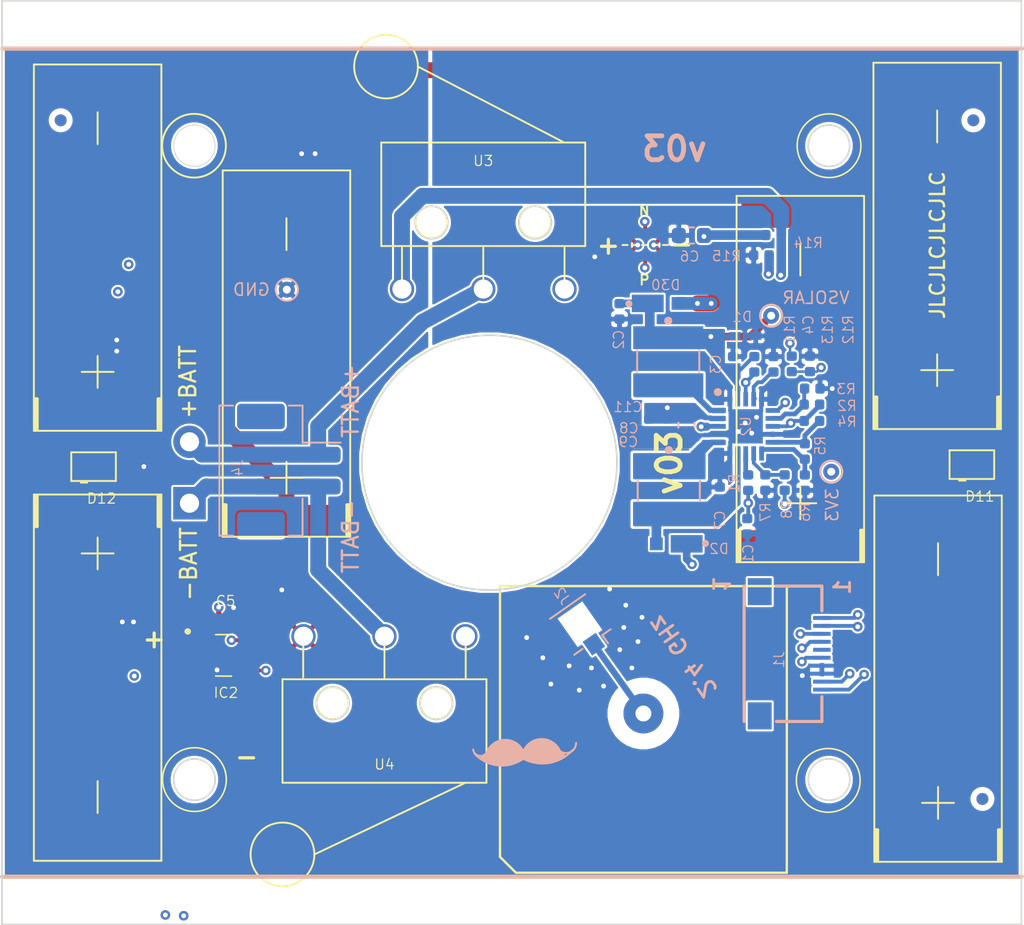
<source format=kicad_pcb>
(kicad_pcb (version 20171130) (host pcbnew "(5.1.5)-3")
  (layers (0 Top signal) (1 In1.Cu signal) (2 In2.Cu signal) (3 In3.Cu signal) (4 In4.Cu signal) (31 Bottom signal) (34 B.Paste user hide) (35 F.Paste user hide) (36 B.SilkS user hide) (37 F.SilkS user) (38 B.Mask user hide) (39 F.Mask user hide) (44 Edge.Cuts user))
  (net 0 "")
  (net 1 "Net-(D11-Pad2)")
  (net 2 GND)
  (net 3 VOUT_EN)
  (net 4 VSOLAR)
  (net 5 "Net-(C4-Pad1)")
  (net 6 +3V3)
  (net 7 /VBAT)
  (net 8 "Net-(C11-Pad1)")
  (net 9 "Net-(IC2-Pad2)")
  (net 10 SCL1)
  (net 11 SDA1)
  (net 12 COIL_N)
  (net 13 BATT_N)
  (net 14 BATT_P)
  (net 15 "Net-(L1-Pad2)")
  (net 16 "Net-(L2-Pad1)")
  (net 17 VBAT_OK)
  (net 18 "Net-(R5-Pad1)")
  (net 19 COIL_P)
  (net 20 /coil)
  (net 21 "Net-(R2-Pad2)")
  (net 22 "Net-(R2-Pad1)")
  (net 23 "Net-(R4-Pad1)")
  (net 24 "Net-(R11-Pad1)")
  (net 25 "Net-(J3-Pad2)")
  (net 26 "Net-(J3-Pad1)")
  (net 27 "Net-(C7-Pad1)")
  (net 28 /VSOLAR_FULL)
  (net 29 "Net-(R7-Pad2)")
  (net 30 "Net-(R1000-Pad1)")
  (net 31 "Net-(AE1-Pad1)")
  (net 32 "Net-(IC2-Pad5)")
  (net 33 BURN1)
  (net 34 "Net-(U3-Pad1)")
  (net 35 "Net-(U4-Pad1)")
  (module Fiducial:Fiducial_0.75mm_Mask1.5mm (layer Bottom) (at 116.6805 77.504)
    (fp_text reference REF** hide)
    (fp_text value Fiducial_0.75mm_Mask1.5mm)
    (pad "" smd circle (at 0 0) (size 0.75 0.75) (layers Bottom B.Mask) (clearance 0.375))
  )
  (module Fiducial:Fiducial_0.75mm_Mask1.5mm (layer Bottom) (at 173.9545 77.504)
    (fp_text reference REF** hide)
    (fp_text value Fiducial_0.75mm_Mask1.5mm)
    (pad "" smd circle (at 0 0) (size 0.75 0.75) (layers Bottom B.Mask) (clearance 0.375))
  )
  (module Fiducial:Fiducial_0.75mm_Mask1.5mm (layer Bottom) (at 174.526 120.115)
    (fp_text reference REF** hide)
    (fp_text value Fiducial_0.75mm_Mask1.5mm)
    (pad "" smd circle (at 0 0) (size 0.75 0.75) (layers Bottom B.Mask) (clearance 0.375))
  )
  (module Fiducial:Fiducial_0.75mm_Mask1.5mm (layer Top) (at 174.526 120.115)
    (fp_text reference REF** hide)
    (fp_text value Fiducial_0.75mm_Mask1.5mm)
    (pad "" smd circle (at 0 0) (size 0.75 0.75) (layers Top F.Mask) (clearance 0.375))
  )
  (module Fiducial:Fiducial_0.75mm_Mask1.5mm (layer Top) (at 173.9545 77.504)
    (fp_text reference REF** hide)
    (fp_text value Fiducial_0.75mm_Mask1.5mm)
    (pad "" smd circle (at 0 0) (size 0.75 0.75) (layers Top F.Mask) (clearance 0.375))
  )
  (module spacecraft-footprints:SXP.18.4.A.02 (layer Top) (at 153.25 115.75 180)
    (fp_text reference AE1 hide)
    (fp_text value SXP.18.4.A.02)
    (pad 1 thru_hole circle (at 0 1 180) (size 2.5 2.5) (drill 1) (layers Bottom B.Mask) (net 31 "Net-(AE1-Pad1)"))
  )
  (module custom-footprints:XF2M-1015-1A (layer Bottom) (at 164.45 111 90)
    (fp_text reference J1 (at -0.37186 -2.68404 90) (layer B.SilkS) (effects (font (size 0.635 0.635) (thickness 0.0762)) (justify mirror)))
    (fp_text value XF2M-1015-1A hide)
    (pad 12 smd rect (at 3.9 -3.9) (size 1.5 1.7) (layers Bottom B.Paste B.Mask))
    (pad 11 smd rect (at -3.9 -3.9) (size 1.5 1.7) (layers Bottom B.Paste B.Mask))
    (pad 1 smd rect (at 2.25 0 90) (size 0.25 1.1) (layers Bottom B.Paste B.Mask) (net 14 BATT_P))
    (pad 2 smd rect (at 1.75 0 90) (size 0.25 1.1) (layers Bottom B.Paste B.Mask) (net 13 BATT_N))
    (pad 3 smd rect (at 1.25 0 90) (size 0.25 1.1) (layers Bottom B.Paste B.Mask) (net 11 SDA1))
    (pad 4 smd rect (at 0.75 0 90) (size 0.25 1.1) (layers Bottom B.Paste B.Mask) (net 10 SCL1))
    (pad 5 smd rect (at 0.25 0 90) (size 0.25 1.1) (layers Bottom B.Paste B.Mask) (net 33 BURN1))
    (pad 6 smd rect (at -0.25 0 90) (size 0.25 1.1) (layers Bottom B.Paste B.Mask) (net 6 +3V3))
    (pad 7 smd rect (at -0.75 0 90) (size 0.25 1.1) (layers Bottom B.Paste B.Mask) (net 2 GND))
    (pad 8 smd rect (at -1.25 0 90) (size 0.25 1.1) (layers Bottom B.Paste B.Mask) (net 2 GND))
    (pad 9 smd rect (at -1.75 0 90) (size 0.25 1.1) (layers Bottom B.Paste B.Mask) (net 12 COIL_N))
    (pad 10 smd rect (at -2.25 0 90) (size 0.25 1.1) (layers Bottom B.Paste B.Mask) (net 19 COIL_P))
  )
  (module "SolarCellParts:SB Diode" (layer Top) (at 118.745 99.2505)
    (fp_text reference D12 (at 0.5 2) (layer F.SilkS) (effects (font (size 0.635 0.635) (thickness 0.0762))))
    (fp_text value SBDiode)
    (pad 2 smd rect (at 1.85 0) (size 1.4 1.4) (layers Top F.Paste F.Mask) (net 2 GND))
    (pad 1 smd rect (at -1.2 0) (size 2.7 1.4) (layers Top F.Paste F.Mask) (net 1 "Net-(D11-Pad2)"))
  )
  (module "SolarCellParts:SB Diode" (layer Top) (at 173.863 99.1235)
    (fp_text reference D11 (at 0.5 2) (layer F.SilkS) (effects (font (size 0.635 0.635) (thickness 0.0762))))
    (fp_text value SBDiode)
    (pad 2 smd rect (at 1.85 0) (size 1.4 1.4) (layers Top F.Paste F.Mask) (net 1 "Net-(D11-Pad2)"))
    (pad 1 smd rect (at -1.2 0) (size 2.7 1.4) (layers Top F.Paste F.Mask) (net 28 /VSOLAR_FULL))
  )
  (module custom-footprints:KXOB25-05X3F (layer Top) (at 163.09848 104.25 90)
    (fp_text reference SC3 hide)
    (fp_text value SolarCell_Small)
    (pad 2 smd rect (at 21 0 90) (size 2 7.4) (layers Top F.Paste F.Mask) (net 1 "Net-(D11-Pad2)"))
    (pad 1 smd rect (at 0 0 90) (size 2 7.4) (layers Top F.Paste F.Mask) (net 28 /VSOLAR_FULL))
  )
  (module custom-footprints:SCREWTERMINAL-3.5MM-2_LOCK (layer Bottom) (at 124.7648 101.36886 90)
    (fp_text reference J3 hide)
    (fp_text value "BATTERY CONNECTOR")
    (pad 2 thru_hole circle (at 3.6778 0 90) (size 2.032 2.032) (drill 1.2) (layers *.Cu *.Mask) (net 25 "Net-(J3-Pad2)"))
    (pad 1 thru_hole rect (at -0.1778 0 90) (size 2.032 2.032) (drill 1.2) (layers *.Cu *.Mask) (net 26 "Net-(J3-Pad1)"))
  )
  (module TestPoint:TestPoint_THTPad_D1.0mm_Drill0.5mm (layer Bottom) (at 161.26772 89.77346)
    (fp_text reference TP3 hide)
    (fp_text value TP)
    (pad 1 thru_hole circle (at 0 0) (size 1 1) (drill 0.5) (layers *.Cu *.Mask) (net 4 VSOLAR))
  )
  (module TestPoint:TestPoint_THTPad_D1.0mm_Drill0.5mm (layer Bottom) (at 130.8735 88.138 90)
    (fp_text reference TP2 hide)
    (fp_text value TP)
    (pad 1 thru_hole circle (at 0 0 90) (size 1 1) (drill 0.5) (layers *.Cu *.Mask) (net 2 GND))
  )
  (module TestPoint:TestPoint_THTPad_D1.0mm_Drill0.5mm (layer Bottom) (at 165.0365 99.568 90)
    (fp_text reference TP1 hide)
    (fp_text value TP)
    (pad 1 thru_hole circle (at 0 0 90) (size 1 1) (drill 0.5) (layers *.Cu *.Mask) (net 6 +3V3))
  )
  (module Connector_JST:JST_PH_B2B-PH-SM4-TB_1x02-1MP_P2.00mm_Vertical (layer Bottom) (at 131 99.5 270)
    (fp_text reference J4 (at -0.1778 3.22072 270) (layer B.SilkS) (effects (font (size 0.635 0.635) (thickness 0.0762)) (justify mirror)))
    (fp_text value B2B-PH-SM4-TB_LF__SN_)
    (pad MP smd roundrect (at 3.4 1.75 270) (size 1.6 3) (layers Bottom B.Paste B.Mask) (roundrect_rratio 0.15625))
    (pad MP smd roundrect (at -3.4 1.75 270) (size 1.6 3) (layers Bottom B.Paste B.Mask) (roundrect_rratio 0.15625))
    (pad 2 smd roundrect (at 1 -0.5 270) (size 1 5.5) (layers Bottom B.Paste B.Mask) (net 26 "Net-(J3-Pad1)"))
    (pad 1 smd roundrect (at -1 -0.5 270) (size 1 5.5) (layers Bottom B.Paste B.Mask) (net 25 "Net-(J3-Pad2)"))
  )
  (module solarpcb:D2F-L2 (layer Top) (at 137 109.9 180)
    (fp_text reference U4 (at 0 -8.05) (layer F.SilkS) (effects (font (size 0.635 0.635) (thickness 0.0762))))
    (fp_text value SW_SPDT)
    (pad 1 thru_hole circle (at -5.08 0 180) (size 1.524 1.524) (drill 1.2) (layers *.Cu *.Mask) (net 35 "Net-(U4-Pad1)"))
    (pad 2 thru_hole circle (at 0 0 180) (size 1.524 1.524) (drill 1.2) (layers *.Cu *.Mask) (net 26 "Net-(J3-Pad1)"))
    (pad 3 thru_hole circle (at 5.08 0 180) (size 1.524 1.524) (drill 1.2) (layers *.Cu *.Mask) (net 30 "Net-(R1000-Pad1)"))
  )
  (module solarpcb:D2F-L2-2 (layer Top) (at 143.2 88.1)
    (fp_text reference U3 (at 0 -8.05) (layer F.SilkS) (effects (font (size 0.635 0.635) (thickness 0.0762))))
    (fp_text value SW_SPDT)
    (pad 1 thru_hole circle (at 5.1 0) (size 1.524 1.524) (drill 1.2) (layers *.Cu *.Mask) (net 34 "Net-(U3-Pad1)"))
    (pad 2 thru_hole circle (at 0 0) (size 1.524 1.524) (drill 1.2) (layers *.Cu *.Mask) (net 25 "Net-(J3-Pad2)"))
    (pad 3 thru_hole circle (at -5.1 0) (size 1.524 1.524) (drill 1.2) (layers *.Cu *.Mask) (net 14 BATT_P))
  )
  (module custom-footprints:TSL2561 (layer Top) (at 126.9046 111.0987)
    (fp_text reference IC2 (at 0.1454 2.3513) (layer F.SilkS) (effects (font (size 0.635 0.635) (thickness 0.0762))))
    (fp_text value TSL2561 hide)
    (pad 6 smd rect (at 1.45 -0.95 90) (size 0.7 1) (layers Top F.Paste F.Mask) (net 11 SDA1))
    (pad 5 smd rect (at 1.45 0 90) (size 0.7 1) (layers Top F.Paste F.Mask) (net 32 "Net-(IC2-Pad5)"))
    (pad 4 smd rect (at 1.45 0.95 90) (size 0.7 1) (layers Top F.Paste F.Mask) (net 10 SCL1))
    (pad 3 smd rect (at -1.45 0.95 90) (size 0.7 1) (layers Top F.Paste F.Mask) (net 2 GND))
    (pad 2 smd rect (at -1.45 0 90) (size 0.7 1) (layers Top F.Paste F.Mask) (net 9 "Net-(IC2-Pad2)"))
    (pad 1 smd rect (at -1.45 -0.95 90) (size 0.7 1) (layers Top F.Paste F.Mask) (net 6 +3V3))
  )
  (module custom-footprints:KXOB25-05X3F (layer Top) (at 119 96 90)
    (fp_text reference SC6 hide)
    (fp_text value SolarCell_Small)
    (pad 2 smd rect (at 21 0 90) (size 2 7.4) (layers Top F.Paste F.Mask) (net 2 GND))
    (pad 1 smd rect (at 0 0 90) (size 2 7.4) (layers Top F.Paste F.Mask) (net 1 "Net-(D11-Pad2)"))
  )
  (module custom-footprints:KXOB25-05X3F (layer Top) (at 171.7421 123.063 90)
    (fp_text reference SC5 hide)
    (fp_text value SolarCell_Small)
    (pad 2 smd rect (at 21 0 90) (size 2 7.4) (layers Top F.Paste F.Mask) (net 1 "Net-(D11-Pad2)"))
    (pad 1 smd rect (at 0 0 90) (size 2 7.4) (layers Top F.Paste F.Mask) (net 28 /VSOLAR_FULL))
  )
  (module custom-footprints:KXOB25-05X3F (layer Top) (at 130.85 102.65 90)
    (fp_text reference SC4 hide)
    (fp_text value SolarCell_Small)
    (pad 2 smd rect (at 21 0 90) (size 2 7.4) (layers Top F.Paste F.Mask) (net 2 GND))
    (pad 1 smd rect (at 0 0 90) (size 2 7.4) (layers Top F.Paste F.Mask) (net 1 "Net-(D11-Pad2)"))
  )
  (module custom-footprints:KXOB25-05X3F (layer Top) (at 119 102 270)
    (fp_text reference SC2 hide)
    (fp_text value SolarCell_Small)
    (pad 2 smd rect (at 21 0 270) (size 2 7.4) (layers Top F.Paste F.Mask) (net 2 GND))
    (pad 1 smd rect (at 0 0 270) (size 2 7.4) (layers Top F.Paste F.Mask) (net 1 "Net-(D11-Pad2)"))
  )
  (module custom-footprints:KXOB25-05X3F (layer Top) (at 171.68622 95.89008 90)
    (fp_text reference SC1 hide)
    (fp_text value SolarCell_Small)
    (pad 2 smd rect (at 21 0 90) (size 2 7.4) (layers Top F.Paste F.Mask) (net 1 "Net-(D11-Pad2)"))
    (pad 1 smd rect (at 0 0 90) (size 2 7.4) (layers Top F.Paste F.Mask) (net 28 /VSOLAR_FULL))
  )
  (module solarpcb:MICROSMP (layer Bottom) (at 154.1735 89)
    (fp_text reference D30 (at 0.4765 -1.15) (layer B.SilkS) (effects (font (size 0.635 0.635) (thickness 0.0762)) (justify mirror)))
    (fp_text value MSS1P4-M3_89A hide)
    (pad 1 smd rect (at -0.65 0 270) (size 1.1 2) (layers Bottom B.Paste B.Mask) (net 4 VSOLAR))
    (pad 2 smd rect (at 1.25 0 270) (size 0.8 0.8) (layers Bottom B.Paste B.Mask) (net 28 /VSOLAR_FULL))
  )
  (module Resistor_SMD:R_0402_1005Metric (layer Top) (at 130.55 108.204 90)
    (fp_text reference R1000 hide)
    (fp_text value 0)
    (pad 1 smd roundrect (at -0.485 0 90) (size 0.59 0.64) (layers Top F.Paste F.Mask) (net 30 "Net-(R1000-Pad1)"))
    (pad 2 smd roundrect (at 0.485 0 90) (size 0.59 0.64) (layers Top F.Paste F.Mask) (net 2 GND))
  )
  (module Capacitor_SMD:C_0402_1005Metric (layer Top) (at 127.0316 108.8762 180)
    (fp_text reference C5 (at 0 1.1938) (layer F.SilkS) (effects (font (size 0.635 0.635) (thickness 0.0762))))
    (fp_text value 0.1uF)
    (pad 2 smd roundrect (at 0.485 0 180) (size 0.59 0.64) (layers Top F.Paste F.Mask) (net 6 +3V3))
    (pad 1 smd roundrect (at -0.485 0 180) (size 0.59 0.64) (layers Top F.Paste F.Mask) (net 2 GND))
  )
  (module Resistor_SMD:R_0402_1005Metric (layer Top) (at 153.847 84.6336 180)
    (fp_text reference R19 hide)
    (fp_text value 0)
    (pad 2 smd roundrect (at 0.485 0 180) (size 0.59 0.64) (layers Top F.Paste F.Mask) (net 12 COIL_N))
    (pad 1 smd roundrect (at -0.485 0 180) (size 0.59 0.64) (layers Top F.Paste F.Mask) (net 20 /coil))
  )
  (module Resistor_SMD:R_0402_1005Metric (layer Top) (at 152.87672 84.6336 180)
    (fp_text reference R16 hide)
    (fp_text value 0)
    (pad 2 smd roundrect (at 0.485 0 180) (size 0.59 0.64) (layers Top F.Paste F.Mask) (net 20 /coil))
    (pad 1 smd roundrect (at -0.485 0 180) (size 0.59 0.64) (layers Top F.Paste F.Mask) (net 12 COIL_N))
  )
  (module Resistor_SMD:R_0402_1005Metric (layer Top) (at 153.847 86.0306 180)
    (fp_text reference R10 hide)
    (fp_text value 0)
    (pad 2 smd roundrect (at 0.485 0 180) (size 0.59 0.64) (layers Top F.Paste F.Mask) (net 19 COIL_P))
    (pad 1 smd roundrect (at -0.485 0 180) (size 0.59 0.64) (layers Top F.Paste F.Mask) (net 20 /coil))
  )
  (module Resistor_SMD:R_0402_1005Metric (layer Top) (at 152.87672 86.0306 180)
    (fp_text reference R9 hide)
    (fp_text value 0)
    (pad 2 smd roundrect (at 0.485 0 180) (size 0.59 0.64) (layers Top F.Paste F.Mask) (net 20 /coil))
    (pad 1 smd roundrect (at -0.485 0 180) (size 0.59 0.64) (layers Top F.Paste F.Mask) (net 19 COIL_P))
  )
  (module Resistor_SMD:R_0402_1005Metric (layer Top) (at 123.6661 111.5662 90)
    (fp_text reference R18 hide)
    (fp_text value 0)
    (pad 2 smd roundrect (at 0.485 0 90) (size 0.59 0.64) (layers Top F.Paste F.Mask) (net 9 "Net-(IC2-Pad2)"))
    (pad 1 smd roundrect (at -0.485 0 90) (size 0.59 0.64) (layers Top F.Paste F.Mask) (net 2 GND))
  )
  (module Resistor_SMD:R_0402_1005Metric (layer Top) (at 123.6661 110.5907 90)
    (fp_text reference R17 hide)
    (fp_text value 0)
    (pad 2 smd roundrect (at 0.485 0 90) (size 0.59 0.64) (layers Top F.Paste F.Mask) (net 6 +3V3))
    (pad 1 smd roundrect (at -0.485 0 90) (size 0.59 0.64) (layers Top F.Paste F.Mask) (net 9 "Net-(IC2-Pad2)"))
  )
  (module Capacitor_SMD:C_0603_1608Metric (layer Bottom) (at 156.2608 84.7344 180)
    (fp_text reference C6 (at 0.1108 -1.3156 180) (layer B.SilkS) (effects (font (size 0.635 0.635) (thickness 0.0762)) (justify mirror)))
    (fp_text value 100uF)
    (pad 2 smd roundrect (at 0.7875 0 180) (size 0.875 0.95) (layers Bottom B.Paste B.Mask) (net 2 GND))
    (pad 1 smd roundrect (at -0.7875 0 180) (size 0.875 0.95) (layers Bottom B.Paste B.Mask) (net 7 /VBAT))
  )
  (module Capacitor_SMD:C_0402_1005Metric (layer Bottom) (at 153.6065 96.75 270)
    (fp_text reference C9 (at 0.95 1.3 180) (layer B.SilkS) (effects (font (size 0.635 0.635) (thickness 0.0762)) (justify mirror)))
    (fp_text value 0.1uF)
    (pad 1 smd roundrect (at -0.485 0 270) (size 0.59 0.64) (layers Bottom B.Paste B.Mask) (net 8 "Net-(C11-Pad1)"))
    (pad 2 smd roundrect (at 0.485 0 270) (size 0.59 0.64) (layers Bottom B.Paste B.Mask) (net 2 GND))
  )
  (module misc-circuits:SOD523 (layer Bottom) (at 159.5995 91.046)
    (fp_text reference D1 (at -0.8159 -1.5748) (layer B.SilkS) (effects (font (size 0.635 0.635) (thickness 0.0762)) (justify right top mirror)))
    (fp_text value SDM20U40-7)
    (pad C smd rect (at -0.6 0) (size 0.7 0.5) (layers Bottom B.Paste B.Mask) (net 4 VSOLAR))
    (pad A smd rect (at 0.7 0) (size 0.7 0.5) (layers Bottom B.Paste B.Mask) (net 2 GND))
  )
  (module misc-circuits:QFN50P350X350X100-21N-D (layer Bottom) (at 159.670844 96.72066 270)
    (fp_text reference U2 (at 0 0 90) (layer B.SilkS) (effects (font (size 0.635 0.635) (thickness 0.0762)) (justify mirror)))
    (fp_text value Value hide)
    (pad 21 smd rect (at 0 0 270) (size 2.15 2.15) (layers Bottom B.Paste B.Mask) (net 2 GND))
    (pad 20 smd rect (at -1 1.7 270) (size 0.3 0.9) (layers Bottom B.Paste B.Mask) (net 15 "Net-(L1-Pad2)"))
    (pad 19 smd rect (at -0.5 1.7 270) (size 0.3 0.9) (layers Bottom B.Paste B.Mask) (net 8 "Net-(C11-Pad1)"))
    (pad 18 smd rect (at 0 1.7 270) (size 0.3 0.9) (layers Bottom B.Paste B.Mask) (net 7 /VBAT))
    (pad 17 smd rect (at 0.5 1.7 270) (size 0.3 0.9) (layers Bottom B.Paste B.Mask) (net 2 GND))
    (pad 16 smd rect (at 1 1.7 270) (size 0.3 0.9) (layers Bottom B.Paste B.Mask) (net 16 "Net-(L2-Pad1)"))
    (pad 15 smd rect (at 1.7 1 180) (size 0.3 0.9) (layers Bottom B.Paste B.Mask) (net 2 GND))
    (pad 14 smd rect (at 1.7 0.5 180) (size 0.3 0.9) (layers Bottom B.Paste B.Mask) (net 27 "Net-(C7-Pad1)"))
    (pad 13 smd rect (at 1.7 0 180) (size 0.3 0.9) (layers Bottom B.Paste B.Mask) (net 17 VBAT_OK))
    (pad 12 smd rect (at 1.7 -0.5 180) (size 0.3 0.9) (layers Bottom B.Paste B.Mask) (net 29 "Net-(R7-Pad2)"))
    (pad 11 smd rect (at 1.7 -1 180) (size 0.3 0.9) (layers Bottom B.Paste B.Mask) (net 18 "Net-(R5-Pad1)"))
    (pad 10 smd rect (at 1 -1.7 270) (size 0.3 0.9) (layers Bottom B.Paste B.Mask) (net 23 "Net-(R4-Pad1)"))
    (pad 9 smd rect (at 0.5 -1.7 270) (size 0.3 0.9) (layers Bottom B.Paste B.Mask) (net 2 GND))
    (pad 8 smd rect (at 0 -1.7 270) (size 0.3 0.9) (layers Bottom B.Paste B.Mask) (net 21 "Net-(R2-Pad2)"))
    (pad 7 smd rect (at -0.5 -1.7 270) (size 0.3 0.9) (layers Bottom B.Paste B.Mask) (net 22 "Net-(R2-Pad1)"))
    (pad 6 smd rect (at -1 -1.7 270) (size 0.3 0.9) (layers Bottom B.Paste B.Mask) (net 3 VOUT_EN))
    (pad 5 smd rect (at -1.7 -1 180) (size 0.3 0.9) (layers Bottom B.Paste B.Mask) (net 2 GND))
    (pad 4 smd rect (at -1.7 -0.5 180) (size 0.3 0.9) (layers Bottom B.Paste B.Mask) (net 5 "Net-(C4-Pad1)"))
    (pad 3 smd rect (at -1.7 0 180) (size 0.3 0.9) (layers Bottom B.Paste B.Mask) (net 24 "Net-(R11-Pad1)"))
    (pad 2 smd rect (at -1.7 0.5 180) (size 0.3 0.9) (layers Bottom B.Paste B.Mask) (net 4 VSOLAR))
    (pad 1 smd rect (at -1.7 1 180) (size 0.3 0.9) (layers Bottom B.Paste B.Mask) (net 2 GND))
  )
  (module custom-footprints:MICROSMP (layer Bottom) (at 155.31338 104.09682 180)
    (fp_text reference D2 (at -2.6835 -0.3135 180) (layer B.SilkS) (effects (font (size 0.635 0.635) (thickness 0.0762)) (justify mirror)))
    (fp_text value MSS1P4-M3_89A hide)
    (pad 2 smd rect (at 1.25 0 90) (size 0.8 0.8) (layers Bottom B.Paste B.Mask) (net 27 "Net-(C7-Pad1)"))
    (pad 1 smd rect (at -0.65 0 90) (size 1.1 2) (layers Bottom B.Paste B.Mask) (net 6 +3V3))
  )
  (module Resistor_SMD:R_0402_1005Metric (layer Bottom) (at 163.85 94.35 180)
    (fp_text reference R3 (at -2.123 -0.0295 180) (layer B.SilkS) (effects (font (size 0.635 0.635) (thickness 0.0762)) (justify mirror)))
    (fp_text value 5.62M)
    (pad 2 smd roundrect (at 0.485 0 180) (size 0.59 0.64) (layers Bottom B.Paste B.Mask) (net 22 "Net-(R2-Pad1)"))
    (pad 1 smd roundrect (at -0.485 0 180) (size 0.59 0.64) (layers Bottom B.Paste B.Mask) (net 2 GND))
  )
  (module Resistor_SMD:R_0402_1005Metric (layer Bottom) (at 163.8255 95.35)
    (fp_text reference R2 (at 2.1975 0.0795 180) (layer B.SilkS) (effects (font (size 0.635 0.635) (thickness 0.0762)) (justify mirror)))
    (fp_text value 7.32M)
    (pad 2 smd roundrect (at 0.485 0) (size 0.59 0.64) (layers Bottom B.Paste B.Mask) (net 21 "Net-(R2-Pad2)"))
    (pad 1 smd roundrect (at -0.485 0) (size 0.59 0.64) (layers Bottom B.Paste B.Mask) (net 22 "Net-(R2-Pad1)"))
  )
  (module Resistor_SMD:R_0402_1005Metric (layer Bottom) (at 162.56 92.8 270)
    (fp_text reference R13 (at -2.15 -2.25 270) (layer B.SilkS) (effects (font (size 0.635 0.635) (thickness 0.0762)) (justify mirror)))
    (fp_text value 0)
    (pad 2 smd roundrect (at 0.485 0 270) (size 0.59 0.64) (layers Bottom B.Paste B.Mask) (net 24 "Net-(R11-Pad1)"))
    (pad 1 smd roundrect (at -0.485 0 270) (size 0.59 0.64) (layers Bottom B.Paste B.Mask) (net 8 "Net-(C11-Pad1)"))
  )
  (module Capacitor_SMD:C_0402_1005Metric (layer Bottom) (at 154.7495 96.74066 270)
    (fp_text reference C8 (at 0.09684 2.413 180) (layer B.SilkS) (effects (font (size 0.635 0.635) (thickness 0.0762)) (justify mirror)))
    (fp_text value 4.7uF)
    (pad 1 smd roundrect (at -0.485 0 270) (size 0.59 0.64) (layers Bottom B.Paste B.Mask) (net 8 "Net-(C11-Pad1)"))
    (pad 2 smd roundrect (at 0.485 0 270) (size 0.59 0.64) (layers Bottom B.Paste B.Mask) (net 2 GND))
  )
  (module Resistor_SMD:R_0402_1005Metric (layer Bottom) (at 163.8255 96.38 180)
    (fp_text reference R4 (at -2.1975 -0.0495 180) (layer B.SilkS) (effects (font (size 0.635 0.635) (thickness 0.0762)) (justify mirror)))
    (fp_text value 374K)
    (pad 2 smd roundrect (at 0.485 0 180) (size 0.59 0.64) (layers Bottom B.Paste B.Mask) (net 21 "Net-(R2-Pad2)"))
    (pad 1 smd roundrect (at -0.485 0 180) (size 0.59 0.64) (layers Bottom B.Paste B.Mask) (net 23 "Net-(R4-Pad1)"))
  )
  (module Resistor_SMD:R_0402_1005Metric (layer Bottom) (at 162.1155 100.25 270)
    (fp_text reference R8 (at 1.6675 -0.127 270) (layer B.SilkS) (effects (font (size 0.635 0.635) (thickness 0.0762)) (justify mirror)))
    (fp_text value 8.25M)
    (pad 2 smd roundrect (at 0.485 0 270) (size 0.59 0.64) (layers Bottom B.Paste B.Mask) (net 21 "Net-(R2-Pad2)"))
    (pad 1 smd roundrect (at -0.485 0 270) (size 0.59 0.64) (layers Bottom B.Paste B.Mask) (net 29 "Net-(R7-Pad2)"))
  )
  (module Resistor_SMD:R_0402_1005Metric (layer Bottom) (at 163.381 100.2535 90)
    (fp_text reference R6 (at -1.8545 0.0045 90) (layer B.SilkS) (effects (font (size 0.635 0.635) (thickness 0.0762)) (justify mirror)))
    (fp_text value 4.53M)
    (pad 2 smd roundrect (at 0.485 0 90) (size 0.59 0.64) (layers Bottom B.Paste B.Mask) (net 18 "Net-(R5-Pad1)"))
    (pad 1 smd roundrect (at -0.485 0 90) (size 0.59 0.64) (layers Bottom B.Paste B.Mask) (net 2 GND))
  )
  (module Resistor_SMD:R_0402_1005Metric (layer Bottom) (at 160.9 100.25 90)
    (fp_text reference R7 (at -1.858 0.009 270) (layer B.SilkS) (effects (font (size 0.635 0.635) (thickness 0.0762)) (justify mirror)))
    (fp_text value 4.75M)
    (pad 2 smd roundrect (at 0.485 0 90) (size 0.59 0.64) (layers Bottom B.Paste B.Mask) (net 29 "Net-(R7-Pad2)"))
    (pad 1 smd roundrect (at -0.485 0 90) (size 0.59 0.64) (layers Bottom B.Paste B.Mask) (net 2 GND))
  )
  (module Resistor_SMD:R_0402_1005Metric (layer Bottom) (at 163.381 98.298 90)
    (fp_text reference R5 (at 0.3675 0.969 90) (layer B.SilkS) (effects (font (size 0.635 0.635) (thickness 0.0762)) (justify mirror)))
    (fp_text value 8.25M)
    (pad 2 smd roundrect (at 0.485 0 90) (size 0.59 0.64) (layers Bottom B.Paste B.Mask) (net 23 "Net-(R4-Pad1)"))
    (pad 1 smd roundrect (at -0.485 0 90) (size 0.59 0.64) (layers Bottom B.Paste B.Mask) (net 18 "Net-(R5-Pad1)"))
  )
  (module Resistor_SMD:R_0402_1005Metric (layer Bottom) (at 160.2105 92.824 90)
    (fp_text reference R11 (at 2.174 2.217 270) (layer B.SilkS) (effects (font (size 0.635 0.635) (thickness 0.0762)) (justify mirror)))
    (fp_text value 0)
    (pad 2 smd roundrect (at 0.485 0 90) (size 0.59 0.64) (layers Bottom B.Paste B.Mask) (net 4 VSOLAR))
    (pad 1 smd roundrect (at -0.485 0 90) (size 0.59 0.64) (layers Bottom B.Paste B.Mask) (net 24 "Net-(R11-Pad1)"))
  )
  (module Resistor_SMD:R_0402_1005Metric (layer Bottom) (at 163.703 92.8 270)
    (fp_text reference R12 (at -2.15 -2.4 90) (layer B.SilkS) (effects (font (size 0.635 0.635) (thickness 0.0762)) (justify mirror)))
    (fp_text value 0)
    (pad 2 smd roundrect (at 0.485 0 270) (size 0.59 0.64) (layers Bottom B.Paste B.Mask) (net 24 "Net-(R11-Pad1)"))
    (pad 1 smd roundrect (at -0.485 0 270) (size 0.59 0.64) (layers Bottom B.Paste B.Mask) (net 2 GND))
  )
  (module Resistor_SMD:R_0402_1005Metric (layer Bottom) (at 161.417 84.709 180)
    (fp_text reference R14 (at -2.183 -0.491) (layer B.SilkS) (effects (font (size 0.635 0.635) (thickness 0.0762)) (justify mirror)))
    (fp_text value 0)
    (pad 2 smd roundrect (at 0.485 0 180) (size 0.59 0.64) (layers Bottom B.Paste B.Mask) (net 7 /VBAT))
    (pad 1 smd roundrect (at -0.485 0 180) (size 0.59 0.64) (layers Bottom B.Paste B.Mask) (net 14 BATT_P))
  )
  (module Resistor_SMD:R_0402_1005Metric (layer Bottom) (at 160.655 85.979 180)
    (fp_text reference R15 (at 2.1844 -0.0508 180) (layer B.SilkS) (effects (font (size 0.635 0.635) (thickness 0.0762)) (justify mirror)))
    (fp_text value 0)
    (pad 2 smd roundrect (at 0.485 0 180) (size 0.59 0.64) (layers Bottom B.Paste B.Mask) (net 2 GND))
    (pad 1 smd roundrect (at -0.485 0 180) (size 0.59 0.64) (layers Bottom B.Paste B.Mask) (net 13 BATT_N))
  )
  (module Resistor_SMD:R_0402_1005Metric (layer Bottom) (at 159.825 100.2535 270)
    (fp_text reference R1 (at 0.0465 0.875 90) (layer B.SilkS) (effects (font (size 0.635 0.635) (thickness 0.0762)) (justify mirror)))
    (fp_text value 0)
    (pad 2 smd roundrect (at 0.485 0 270) (size 0.59 0.64) (layers Bottom B.Paste B.Mask) (net 3 VOUT_EN))
    (pad 1 smd roundrect (at -0.485 0 270) (size 0.59 0.64) (layers Bottom B.Paste B.Mask) (net 17 VBAT_OK))
  )
  (module misc-circuits:LPS4018 (layer Bottom) (at 154.84152 100.75 270)
    (fp_text reference L2 hide)
    (fp_text value 10uH-LPS4018-103MR hide)
    (pad 2 smd rect (at 1.47955 0 270) (size 1.4351 4.3942) (layers Bottom B.Paste B.Mask) (net 27 "Net-(C7-Pad1)"))
    (pad 1 smd rect (at -1.47955 0 270) (size 1.4351 4.3942) (layers Bottom B.Paste B.Mask) (net 16 "Net-(L2-Pad1)"))
  )
  (module misc-circuits:LPS4018 (layer Bottom) (at 154.8085 92.6335 270)
    (fp_text reference L1 hide)
    (fp_text value 22uH-LPS4018-223MR hide)
    (pad 2 smd rect (at 1.47955 0 270) (size 1.4351 4.3942) (layers Bottom B.Paste B.Mask) (net 15 "Net-(L1-Pad2)"))
    (pad 1 smd rect (at -1.47955 0 270) (size 1.4351 4.3942) (layers Bottom B.Paste B.Mask) (net 4 VSOLAR))
  )
  (module Capacitor_SMD:C_0603_1608Metric (layer Bottom) (at 155.956 96.647 270)
    (fp_text reference C11 (at -1.143 3.683 180) (layer B.SilkS) (effects (font (size 0.635 0.635) (thickness 0.0762)) (justify mirror)))
    (fp_text value 100uF)
    (pad 2 smd roundrect (at 0.7875 0 270) (size 0.875 0.95) (layers Bottom B.Paste B.Mask) (net 2 GND))
    (pad 1 smd roundrect (at -0.7875 0 270) (size 0.875 0.95) (layers Bottom B.Paste B.Mask) (net 8 "Net-(C11-Pad1)"))
  )
  (module Capacitor_SMD:C_0402_1005Metric (layer Bottom) (at 158.047 101.0155 90)
    (fp_text reference C7 (at -1.6005 0.0045 90) (layer B.SilkS) (effects (font (size 0.635 0.635) (thickness 0.0762)) (justify mirror)))
    (fp_text value 22uF)
    (pad 2 smd roundrect (at 0.485 0 90) (size 0.59 0.64) (layers Bottom B.Paste B.Mask) (net 2 GND))
    (pad 1 smd roundrect (at -0.485 0 90) (size 0.59 0.64) (layers Bottom B.Paste B.Mask) (net 27 "Net-(C7-Pad1)"))
  )
  (module Capacitor_SMD:C_0402_1005Metric (layer Bottom) (at 161.4125 92.824 90)
    (fp_text reference C4 (at 2.474 2.1875 90) (layer B.SilkS) (effects (font (size 0.635 0.635) (thickness 0.0762)) (justify mirror)))
    (fp_text value 10nF)
    (pad 2 smd roundrect (at 0.485 0 90) (size 0.59 0.64) (layers Bottom B.Paste B.Mask) (net 2 GND))
    (pad 1 smd roundrect (at -0.485 0 90) (size 0.59 0.64) (layers Bottom B.Paste B.Mask) (net 5 "Net-(C4-Pad1)"))
  )
  (module Capacitor_SMD:C_0402_1005Metric (layer Bottom) (at 151.75 89.5 270)
    (fp_text reference C2 (at 1.778 0.0508 90) (layer B.SilkS) (effects (font (size 0.635 0.635) (thickness 0.0762)) (justify mirror)))
    (fp_text value 0.1uF)
    (pad 2 smd roundrect (at 0.485 0 270) (size 0.59 0.64) (layers Bottom B.Paste B.Mask) (net 2 GND))
    (pad 1 smd roundrect (at -0.485 0 270) (size 0.59 0.64) (layers Bottom B.Paste B.Mask) (net 4 VSOLAR))
  )
  (module Capacitor_SMD:C_0402_1005Metric (layer Bottom) (at 158.8725 92.824 90)
    (fp_text reference C3 (at 0 -1.0795 90) (layer B.SilkS) (effects (font (size 0.635 0.635) (thickness 0.0762)) (justify mirror)))
    (fp_text value 4.7uF)
    (pad 2 smd roundrect (at 0.485 0 90) (size 0.59 0.64) (layers Bottom B.Paste B.Mask) (net 2 GND))
    (pad 1 smd roundrect (at -0.485 0 90) (size 0.59 0.64) (layers Bottom B.Paste B.Mask) (net 4 VSOLAR))
  )
  (module Capacitor_SMD:C_0402_1005Metric (layer Bottom) (at 159.766 102.997 270)
    (fp_text reference C1 (at 1.728 -0.059 90) (layer B.SilkS) (effects (font (size 0.635 0.635) (thickness 0.0762)) (justify mirror)))
    (fp_text value 1.0uF)
    (pad 2 smd roundrect (at 0.485 0 270) (size 0.59 0.64) (layers Bottom B.Paste B.Mask) (net 2 GND))
    (pad 1 smd roundrect (at -0.485 0 270) (size 0.59 0.64) (layers Bottom B.Paste B.Mask) (net 3 VOUT_EN))
  )
  (module Connector_Coaxial:U.FL_Hirose_U.FL-R-SMT-1_Vertical (layer Bottom) (at 149.5425 109.5375 125)
    (fp_text reference J2 (at 2.569836 0.093996 125) (layer B.SilkS) (effects (font (size 0.635 0.635) (thickness 0.0762)) (justify mirror)))
    (fp_text value Conn_Coaxial)
    (pad 2 smd rect (at 0.475 -1.475 125) (size 2.2 1.05) (layers Bottom B.Paste B.Mask) (net 2 GND))
    (pad 1 smd rect (at -1.05 0 125) (size 1.05 1) (layers Bottom B.Paste B.Mask) (net 31 "Net-(AE1-Pad1)"))
    (pad 2 smd rect (at 0.475 1.475 125) (size 2.2 1.05) (layers Bottom B.Paste B.Mask) (net 2 GND))
  )
  (module Fiducial:Fiducial_0.75mm_Mask1.5mm (layer Top) (at 116.6805 77.504)
    (fp_text reference REF** hide)
    (fp_text value Fiducial_0.75mm_Mask1.5mm)
    (pad "" smd circle (at 0 0) (size 0.75 0.75) (layers Top F.Mask) (clearance 0.375))
  )
  (gr_text v03 (at 154.8765 99.000001 90) (layer F.SilkS) (effects (font (size 1.5 1.5) (thickness 0.3))))
  (gr_text JLCJLCJLCJLC (at 171.704 85.344 90) (layer F.SilkS) (effects (font (size 0.9 0.9))))
  (gr_text 1 (at 158.115 106.6165 270) (layer B.SilkS) (effects (font (size 1 1) (thickness 0.1778)) (justify mirror)))
  (gr_text GND (at 128.651 88.138) (layer B.SilkS) (effects (font (size 0.762 0.762) (thickness 0.1016)) (justify mirror)))
  (gr_circle (center 164.85 118.95) (end 166.85 118.95) (layer F.SilkS) (width 0.1))
  (gr_circle (center 164.9 79.1) (end 166.9 79.1) (layer F.SilkS) (width 0.1))
  (gr_line (start 144.8 125.05) (end 162.8 125.05) (layer F.SilkS) (width 0.12))
  (gr_circle (center 125.05 79.1) (end 127.05 79.1) (layer F.SilkS) (width 0.12))
  (gr_circle (center 125.075 118.9) (end 127.075 118.9) (layer F.SilkS) (width 0.1))
  (gr_circle (center 143.587 99.000001) (end 135.587 99.000001) (layer Edge.Cuts) (width 0.1))
  (gr_circle (center 133.75 114.1) (end 132.720436 114.1) (layer Edge.Cuts) (width 0.1))
  (gr_circle (center 140.25 114.1) (end 139.220436 114.1) (layer Edge.Cuts) (width 0.1))
  (gr_circle (center 125.075 118.9) (end 126.375 118.9) (layer Edge.Cuts) (width 0.1))
  (gr_circle (center 139.95 83.920436) (end 138.920436 83.920436) (layer Edge.Cuts) (width 0.1))
  (gr_circle (center 146.45 83.920436) (end 145.420436 83.920436) (layer Edge.Cuts) (width 0.1))
  (gr_line (start 176.975 70) (end 176.975 128) (layer Edge.Cuts) (width 0.1))
  (gr_text 1 (at 165.735 106.807 90) (layer B.SilkS) (effects (font (size 1 1) (thickness 0.1778)) (justify mirror)))
  (gr_text "2.4 GHz" (at 155.7655 111.125 305) (layer B.SilkS) (effects (font (size 1 1) (thickness 0.1778)) (justify mirror)))
  (gr_text 3V3 (at 165.1 101.6635 90) (layer B.SilkS) (effects (font (size 0.762 0.762) (thickness 0.1016)) (justify mirror)))
  (gr_text VSOLAR (at 164.084 88.646) (layer B.SilkS) (effects (font (size 0.762 0.762) (thickness 0.1016)) (justify mirror)))
  (gr_text - (at 128.35 117.4496) (layer F.SilkS) (effects (font (size 1.143 1.143) (thickness 0.2032))))
  (gr_text + (at 122.55 110.05) (layer F.SilkS) (effects (font (size 1.143 1.143) (thickness 0.2032))))
  (gr_text "-BATT\n" (at 124.714 105.3592 90) (layer F.SilkS) (effects (font (size 1 1))))
  (gr_text +BATT (at 124.6632 93.9292 90) (layer F.SilkS) (effects (font (size 1 1))))
  (gr_line (start 113 125) (end 176.9872 125) (layer B.SilkS) (width 0.254))
  (gr_line (start 113.03 72.9996) (end 177.0172 72.9996) (layer B.SilkS) (width 0.254))
  (gr_line (start 113.03 72.9996) (end 177.0172 72.9996) (layer F.SilkS) (width 0.254))
  (gr_line (start 113 125) (end 176.9872 125) (layer F.SilkS) (width 0.254))
  (gr_circle (center 164.9 118.9) (end 166.2 118.9) (layer Edge.Cuts) (width 0.1))
  (gr_circle (center 125.0728 79.1) (end 126.3728 79.1) (layer Edge.Cuts) (width 0.05))
  (gr_circle (center 164.895 79.10248) (end 166.195 79.10248) (layer Edge.Cuts) (width 0.1))
  (gr_text v03 (at 155.2 79.3) (layer B.SilkS) (effects (font (size 1.5 1.5) (thickness 0.3)) (justify mirror)))
  (gr_arc (start 144.367661 115.691111) (end 142.656774 117.276102) (angle -82.04197582) (layer B.SilkS) (width 0.12))
  (gr_arc (start 143.024431 116.954753) (end 142.567232 117.005552) (angle -141.654425) (layer B.SilkS) (width 0.12))
  (gr_arc (start 144.58292 117.65576) (end 145.725919 117.147761) (angle -134.2361015) (layer B.SilkS) (width 0.12))
  (gr_arc (start 146.911519 115.336361) (end 145.76852 117.62236) (angle -74.57783868) (layer B.SilkS) (width 0.12))
  (gr_arc (start 148.39352 116.59736) (end 148.01252 117.10536) (angle -126.8699157) (layer B.SilkS) (width 0.12))
  (gr_arc (start 146.86892 117.605359) (end 148.011919 117.09736) (angle -134.2361015) (layer B.SilkS) (width 0.12))
  (gr_text +BATT (at 134.874 95.123 90) (layer B.SilkS) (effects (font (size 1 1)) (justify mirror)))
  (gr_text "-BATT\n" (at 134.874 103.632 90) (layer B.SilkS) (effects (font (size 1 1)) (justify mirror)))
  (gr_line (start 176.975 70) (end 113 70) (layer Edge.Cuts) (width 0.1))
  (gr_line (start 113 128) (end 176.975 128) (layer Edge.Cuts) (width 0.1))
  (gr_line (start 113 70) (end 113 128) (layer Edge.Cuts) (width 0.1))
  (gr_text - (at 155.65 85.25) (layer F.SilkS) (effects (font (size 1.143 1.143) (thickness 0.2032))))
  (gr_text P (at 153.3136 87.5292) (layer F.SilkS) (effects (font (size 0.635 0.635) (thickness 0.127))))
  (gr_text N (at 153.3 83.1 180) (layer F.SilkS) (effects (font (size 0.635 0.635) (thickness 0.127))))
  (gr_text + (at 151.053 85.3321) (layer F.SilkS) (effects (font (size 1.143 1.143) (thickness 0.2032))))
  (gr_line (start 152.2595 85.3321) (end 151.942 85.3321) (layer F.SilkS) (width 0.12))
  (gr_line (start 153.466 85.3321) (end 153.1485 85.3321) (layer F.SilkS) (width 0.12))
  (gr_line (start 152.5135 85.3321) (end 152.831 85.3321) (layer F.SilkS) (width 0.12))
  (gr_line (start 153.847 85.3321) (end 154.1645 85.3321) (layer F.SilkS) (width 0.12))
  (gr_line (start 154.7995 85.3321) (end 154.482 85.3321) (layer F.SilkS) (width 0.12))
  (segment (start 162.4203 76.22034) (end 162.4203 78.92034) (width 1) (layer Top) (net 1))
  (segment (start 163.71064 74.93) (end 162.4203 76.22034) (width 1) (layer Top) (net 1))
  (segment (start 171.9638 74.93) (end 163.71064 74.93) (width 1) (layer Top) (net 1))
  (segment (start 117.545 97.455) (end 119 96) (width 1) (layer Top) (net 1))
  (segment (start 117.545 99.2505) (end 117.545 97.455) (width 1) (layer Top) (net 1))
  (segment (start 117.545 100.545) (end 119 102) (width 1) (layer Top) (net 1))
  (segment (start 117.545 99.2505) (end 117.545 100.545) (width 1) (layer Top) (net 1))
  (segment (start 130.85 100.65) (end 130.85 102.65) (width 1) (layer Top) (net 1))
  (segment (start 126.2 96) (end 130.85 100.65) (width 1) (layer Top) (net 1))
  (segment (start 119 96) (end 126.2 96) (width 1) (layer Top) (net 1))
  (segment (start 162.4203 76.2508) (end 162.4203 78.92034) (width 1) (layer Top) (net 1))
  (segment (start 160.528 74.3585) (end 162.4203 76.2508) (width 1) (layer Top) (net 1))
  (segment (start 127.025683 74.3585) (end 160.528 74.3585) (width 1) (layer Top) (net 1))
  (segment (start 121.92 79.464183) (end 127.025683 74.3585) (width 1) (layer Top) (net 1))
  (segment (start 121.92 95.758) (end 121.92 79.464183) (width 1) (layer Top) (net 1))
  (segment (start 162.4203 82.57182) (end 163.09848 83.25) (width 1) (layer Top) (net 1))
  (segment (start 162.4203 81.25) (end 162.4203 82.57182) (width 1) (layer Top) (net 1))
  (segment (start 162.4203 81.25) (end 162.4203 78.92034) (width 1) (layer Top) (net 1))
  (segment (start 162.4203 82.12182) (end 162.4203 81.25) (width 1) (layer Top) (net 1))
  (segment (start 176.0855 76.581) (end 174.371 74.8665) (width 1) (layer Top) (net 1))
  (segment (start 175.713 99.1235) (end 176.0855 98.751) (width 1) (layer Top) (net 1))
  (segment (start 176.0855 98.751) (end 176.0855 76.581) (width 1) (layer Top) (net 1))
  (segment (start 175.713 99.1235) (end 175.713 100.8235) (width 1) (layer Top) (net 1))
  (segment (start 174.365 102.1715) (end 171.5135 102.1715) (width 1) (layer Top) (net 1))
  (segment (start 175.713 100.8235) (end 174.365 102.1715) (width 1) (layer Top) (net 1))
  (via (at 150.19782 86.07298) (size 0.6) (drill 0.3) (layers Top Bottom) (net 2))
  (via (at 159.6345 96.507) (size 0.6) (drill 0.3) (layers Top Bottom) (net 2))
  (via (at 160.35 96.15) (size 0.6) (drill 0.3) (layers Top Bottom) (net 2))
  (via (at 159.2 97.05) (size 0.6) (drill 0.3) (layers Top Bottom) (net 2))
  (segment (start 158.700245 97.718115) (end 159.08078 97.33758) (width 0.254) (layer Bottom) (net 2))
  (segment (start 157.705876 97.22066) (end 157.665166 97.26137) (width 0.2286) (layer Bottom) (net 2))
  (segment (start 158.670844 95.02066) (end 158.700245 95.050061) (width 0.254) (layer Bottom) (net 2))
  (segment (start 158.670844 98.42066) (end 158.48284 98.42066) (width 0.29972) (layer Bottom) (net 2))
  (segment (start 158.670844 98.867656) (end 158.301 99.2375) (width 0.29972) (layer Bottom) (net 2))
  (segment (start 158.700245 95.748005) (end 158.97918 96.02694) (width 0.254) (layer Bottom) (net 2))
  (segment (start 160.60216 97.22066) (end 160.587 97.2055) (width 0.29972) (layer Bottom) (net 2))
  (segment (start 159.061244 96.11106) (end 159.061244 96.08026) (width 0.2032) (layer Bottom) (net 2))
  (segment (start 158.670844 98.42066) (end 158.700245 98.391259) (width 0.254) (layer Bottom) (net 2))
  (segment (start 160.641443 95.759137) (end 160.5489 95.85168) (width 0.254) (layer Bottom) (net 2))
  (segment (start 161.370844 97.22066) (end 160.60216 97.22066) (width 0.29972) (layer Bottom) (net 2))
  (segment (start 160.670844 95.02066) (end 160.670844 94.734056) (width 0.29972) (layer Bottom) (net 2))
  (segment (start 160.670844 95.02066) (end 160.641443 95.050061) (width 0.254) (layer Bottom) (net 2))
  (segment (start 160.641443 95.050061) (end 160.641443 95.759137) (width 0.254) (layer Bottom) (net 2))
  (segment (start 158.700245 95.050061) (end 158.700245 95.748005) (width 0.254) (layer Bottom) (net 2))
  (segment (start 158.700245 98.391259) (end 158.700245 97.718115) (width 0.254) (layer Bottom) (net 2))
  (segment (start 157.970844 97.22066) (end 158.82416 97.22066) (width 0.29972) (layer Bottom) (net 2))
  (segment (start 160.280444 96.11106) (end 160.305844 96.08026) (width 0.2032) (layer Bottom) (net 2))
  (segment (start 158.670844 98.37066) (end 158.670844 98.75666) (width 0.2032) (layer Bottom) (net 2))
  (segment (start 158.82416 97.22066) (end 158.8725 97.269) (width 0.29972) (layer Bottom) (net 2))
  (segment (start 158.670844 98.42066) (end 158.670844 98.867656) (width 0.29972) (layer Bottom) (net 2))
  (segment (start 160.6759 95.065604) (end 160.6759 94.8687) (width 0.2286) (layer Bottom) (net 2))
  (segment (start 159.116506 97.112782) (end 159.116506 97.056322) (width 0.2032) (layer Bottom) (net 2))
  (segment (start 159.197614 97.19389) (end 159.116506 97.112782) (width 0.2032) (layer Bottom) (net 2))
  (via (at 160.05 97.15) (size 0.6) (drill 0.3) (layers Top Bottom) (net 2))
  (segment (start 158.587906 94.421111) (end 158.295807 94.129012) (width 0.2032) (layer Bottom) (net 2))
  (segment (start 158.670844 94.504049) (end 158.587906 94.421111) (width 0.2032) (layer Bottom) (net 2))
  (segment (start 158.670844 95.07066) (end 158.670844 94.504049) (width 0.2032) (layer Bottom) (net 2))
  (via (at 163.2204 112.3696) (size 0.6) (drill 0.3) (layers Top Bottom) (net 2))
  (segment (start 160.670844 95.02066) (end 160.670844 94.629156) (width 0.24) (layer Bottom) (net 2))
  (segment (start 160.670844 94.629156) (end 161.1 94.2) (width 0.24) (layer Bottom) (net 2))
  (segment (start 161.1 94.2) (end 161.45 94.2) (width 0.24) (layer Bottom) (net 2))
  (segment (start 158.8725 92.339) (end 159.0065 92.339) (width 0.48) (layer Bottom) (net 2))
  (segment (start 151.172872 112.76) (end 150.65 113.1) (width 0.16) (layer Bottom) (net 2))
  (segment (start 150.822872 112.16) (end 150.3 112.45) (width 0.16) (layer Bottom) (net 2))
  (segment (start 150.822872 112.16) (end 151.172872 112.76) (width 0.16) (layer Bottom) (net 2))
  (via (at 165.1 94.35) (size 0.6) (drill 0.3) (layers Top Bottom) (net 2))
  (segment (start 164.335 94.35) (end 165.1 94.35) (width 0.16) (layer Bottom) (net 2))
  (segment (start 163.5 92.315) (end 164.335 92.315) (width 0.16) (layer Bottom) (net 2))
  (segment (start 164.335 92.315) (end 164.35 92.3) (width 0.16) (layer Bottom) (net 2))
  (segment (start 155.06184 97.5375) (end 154.75 97.22566) (width 0.24) (layer Bottom) (net 2))
  (segment (start 156 97.5375) (end 155.06184 97.5375) (width 0.24) (layer Bottom) (net 2))
  (segment (start 154.74066 97.235) (end 154.75 97.22566) (width 0.24) (layer Bottom) (net 2))
  (segment (start 153.75 97.235) (end 154.74066 97.235) (width 0.24) (layer Bottom) (net 2))
  (segment (start 154.75 97.22566) (end 154.75 97.9) (width 0.24) (layer Bottom) (net 2))
  (segment (start 153.75 97.235) (end 153.75 97.95) (width 0.24) (layer Bottom) (net 2))
  (segment (start 157.970844 97.22066) (end 157.450035 97.22066) (width 0.24) (layer Bottom) (net 2))
  (segment (start 157.450035 97.22066) (end 157.383034 97.287661) (width 0.24) (layer Bottom) (net 2))
  (segment (start 120.595 99.2505) (end 121.8995 99.2505) (width 1) (layer Top) (net 2))
  (via (at 121.9 99.25) (size 0.6) (drill 0.3) (layers Top Bottom) (net 2))
  (segment (start 121.8995 99.2505) (end 121.9 99.25) (width 1) (layer Top) (net 2))
  (via (at 130.558 106.991) (size 0.6) (drill 0.3) (layers Top Bottom) (net 2))
  (segment (start 130.573 107.741) (end 130.573 107.006) (width 0.48) (layer Top) (net 2))
  (segment (start 125.4521 112.0512) (end 125.4546 112.0487) (width 0.24) (layer Top) (net 2))
  (segment (start 123.6661 112.0512) (end 125.4521 112.0512) (width 0.24) (layer Top) (net 2))
  (segment (start 163.34 112.25) (end 163.2204 112.3696) (width 0.24) (layer Bottom) (net 2))
  (segment (start 164.45 112.25) (end 163.34 112.25) (width 0.24) (layer Bottom) (net 2))
  (segment (start 164.45 111.75) (end 165.5 111.75) (width 0.24) (layer Bottom) (net 2))
  (segment (start 165.5 111.75) (end 166 111.25) (width 0.24) (layer Bottom) (net 2))
  (segment (start 130.85 79.65) (end 130.9 79.6) (width 1) (layer Top) (net 2))
  (segment (start 130.85 81.65) (end 130.85 79.65) (width 1) (layer Top) (net 2))
  (via (at 131.8 79.6) (size 0.6) (drill 0.3) (layers Top Bottom) (net 2))
  (segment (start 130.9 79.6) (end 131.8 79.6) (width 1) (layer Top) (net 2))
  (via (at 132.65 79.6) (size 0.6) (drill 0.3) (layers Top Bottom) (net 2))
  (segment (start 131.8 79.6) (end 132.65 79.6) (width 1) (layer Top) (net 2))
  (segment (start 119 75) (end 119 90.1) (width 1) (layer Top) (net 2))
  (via (at 120.2 91.3) (size 0.6) (drill 0.3) (layers Top Bottom) (net 2))
  (segment (start 119 90.1) (end 120.2 91.3) (width 1) (layer Top) (net 2))
  (via (at 120.2 92) (size 0.6) (drill 0.3) (layers Top Bottom) (net 2))
  (segment (start 120.2 91.3) (end 120.2 92) (width 1) (layer Top) (net 2))
  (via (at 121.25 109) (size 0.6) (drill 0.3) (layers Top Bottom) (net 2))
  (via (at 152.146 107.95) (size 0.6) (drill 0.3) (layers Top Bottom) (net 2))
  (via (at 145.923 109.982) (size 0.6) (drill 0.3) (layers Top Bottom) (net 2))
  (segment (start 156.475 97.5375) (end 156.4765 97.536) (width 0.24) (layer Bottom) (net 2))
  (segment (start 156 97.5375) (end 156.475 97.5375) (width 0.24) (layer Bottom) (net 2))
  (segment (start 156.4765 97.536) (end 156.5275 97.536) (width 0.24) (layer Bottom) (net 2))
  (segment (start 156.562339 97.287661) (end 156.3125 97.5375) (width 0.24) (layer Bottom) (net 2))
  (segment (start 157.383034 97.287661) (end 156.562339 97.287661) (width 0.24) (layer Bottom) (net 2))
  (segment (start 156.3125 97.5375) (end 156 97.5375) (width 0.24) (layer Bottom) (net 2))
  (segment (start 156.4765 97.536) (end 156.6545 97.536) (width 0.24) (layer Bottom) (net 2))
  (via (at 146.939 111.252) (size 0.6) (drill 0.3) (layers Top Bottom) (net 2))
  (via (at 149.987 111.887) (size 0.6) (drill 0.3) (layers Top Bottom) (net 2))
  (via (at 150.749 113.03) (size 0.6) (drill 0.3) (layers Top Bottom) (net 2))
  (via (at 151.765 110.744) (size 0.6) (drill 0.3) (layers Top Bottom) (net 2))
  (via (at 152.527 111.887) (size 0.6) (drill 0.3) (layers Top Bottom) (net 2))
  (via (at 152.019 109.347) (size 0.6) (drill 0.3) (layers Top Bottom) (net 2))
  (via (at 148.59 111.76) (size 0.6) (drill 0.3) (layers Top Bottom) (net 2))
  (via (at 151.13 106.934) (size 0.6) (drill 0.3) (layers Top Bottom) (net 2))
  (via (at 149.225 113.284) (size 0.6) (drill 0.3) (layers Top Bottom) (net 2))
  (via (at 147.447 112.903) (size 0.6) (drill 0.3) (layers Top Bottom) (net 2))
  (via (at 152.908 110.236) (size 0.6) (drill 0.3) (layers Top Bottom) (net 2))
  (via (at 153.162 108.712) (size 0.6) (drill 0.3) (layers Top Bottom) (net 2))
  (segment (start 125.4546 112.0487) (end 126.4573 112.0487) (width 0.24) (layer Top) (net 2))
  (via (at 126.492 112.014) (size 0.6) (drill 0.3) (layers Top Bottom) (net 2))
  (segment (start 126.4573 112.0487) (end 126.492 112.014) (width 0.24) (layer Top) (net 2))
  (segment (start 127.5166 108.117559) (end 127.532575 108.101584) (width 0.24) (layer Top) (net 2))
  (via (at 127.532575 108.101584) (size 0.6) (drill 0.3) (layers Top Bottom) (net 2))
  (segment (start 127.5166 108.8762) (end 127.5166 108.117559) (width 0.24) (layer Top) (net 2))
  (segment (start 119 123) (end 119 110.54901) (width 1) (layer Top) (net 2))
  (segment (start 119 110.54901) (end 120.54901 109) (width 1) (layer Top) (net 2))
  (segment (start 121.25 109) (end 120.54901 109) (width 1) (layer Top) (net 2))
  (via (at 120.54901 109) (size 0.6) (drill 0.3) (layers Top Bottom) (net 2))
  (via (at 162.149946 95.220946) (size 0.6) (drill 0.3) (layers Top Bottom) (net 3))
  (segment (start 162.149946 95.241558) (end 162.149946 95.220946) (width 0.24) (layer Bottom) (net 3))
  (segment (start 161.670844 95.72066) (end 162.149946 95.241558) (width 0.24) (layer Bottom) (net 3))
  (segment (start 161.370844 95.72066) (end 161.670844 95.72066) (width 0.24) (layer Bottom) (net 3))
  (via (at 159.8295 101.536494) (size 0.6) (drill 0.3) (layers Top Bottom) (net 3))
  (segment (start 159.825 101.531994) (end 159.8295 101.536494) (width 0.24) (layer Bottom) (net 3))
  (segment (start 159.825 100.7385) (end 159.825 101.531994) (width 0.24) (layer Bottom) (net 3))
  (segment (start 159.8295 102.4485) (end 159.766 102.512) (width 0.24) (layer Bottom) (net 3))
  (segment (start 159.8295 101.536494) (end 159.8295 102.4485) (width 0.24) (layer Bottom) (net 3))
  (segment (start 158.8725 91.0865) (end 158.278 91.0865) (width 0.29972) (layer Bottom) (net 4))
  (segment (start 159.1773 94.602254) (end 159.1773 94.2845) (width 0.29972) (layer Bottom) (net 4))
  (segment (start 159.170844 94.60871) (end 159.1773 94.602254) (width 0.2286) (layer Bottom) (net 4))
  (segment (start 159.170844 95.07066) (end 159.170844 94.60871) (width 0.2286) (layer Bottom) (net 4))
  (segment (start 153.6505 91.031) (end 153.6655 91.046) (width 0.6096) (layer Bottom) (net 4))
  (segment (start 153.6505 89.3315) (end 153.6505 91.031) (width 0.6096) (layer Bottom) (net 4))
  (segment (start 151.765 89) (end 151.75 89.015) (width 0.48) (layer Bottom) (net 4))
  (segment (start 153.5235 89) (end 151.765 89) (width 0.48) (layer Bottom) (net 4))
  (segment (start 159.1925 93.309) (end 158.8725 93.309) (width 0.24) (layer Bottom) (net 4))
  (segment (start 160.2105 92.339) (end 160.1625 92.339) (width 0.24) (layer Bottom) (net 4))
  (segment (start 160.1625 92.339) (end 159.1925 93.309) (width 0.24) (layer Bottom) (net 4))
  (via (at 157.48312 91.0841) (size 0.6) (drill 0.3) (layers Top Bottom) (net 4))
  (segment (start 159.95708 91.0841) (end 161.26772 89.77346) (width 0.48) (layer Top) (net 4))
  (segment (start 157.48312 91.0841) (end 159.95708 91.0841) (width 0.48) (layer Top) (net 4))
  (segment (start 160.170844 95.02066) (end 160.218583 94.972921) (width 0.29972) (layer Bottom) (net 5))
  (segment (start 161.326 93.309) (end 161.4125 93.309) (width 0.24) (layer Bottom) (net 5))
  (segment (start 160.685 93.95) (end 161.326 93.309) (width 0.24) (layer Bottom) (net 5))
  (segment (start 160.170844 95.02066) (end 160.170844 94.229156) (width 0.24) (layer Bottom) (net 5))
  (segment (start 160.45 93.95) (end 160.685 93.95) (width 0.24) (layer Bottom) (net 5))
  (segment (start 160.170844 94.229156) (end 160.45 93.95) (width 0.24) (layer Bottom) (net 5))
  (via (at 163.2 111.5) (size 0.6) (drill 0.3) (layers Top Bottom) (net 6))
  (segment (start 163.2 111.5) (end 163.45 111.25) (width 0.24) (layer Bottom) (net 6))
  (segment (start 163.45 111.25) (end 164.45 111.25) (width 0.24) (layer Bottom) (net 6))
  (segment (start 125.4116 110.1057) (end 125.4546 110.1487) (width 0.24) (layer Top) (net 6))
  (segment (start 123.6661 110.1057) (end 125.4116 110.1057) (width 0.24) (layer Top) (net 6))
  (segment (start 125.5 109.9228) (end 126.5466 108.8762) (width 0.32) (layer Top) (net 6))
  (segment (start 125.5 110.15) (end 125.5 109.9228) (width 0.32) (layer Top) (net 6))
  (via (at 156.30144 105.3846) (size 0.6) (drill 0.3) (layers Top Bottom) (net 6))
  (segment (start 155.9665 105.04966) (end 156.30144 105.3846) (width 0.48) (layer Bottom) (net 6))
  (segment (start 155.9665 103.9365) (end 155.9665 105.04966) (width 0.48) (layer Bottom) (net 6))
  (segment (start 126.5466 108.8762) (end 126.6 108.8228) (width 0.32) (layer Top) (net 6))
  (via (at 126.6 108.07702) (size 0.6) (drill 0.3) (layers Top Bottom) (net 6))
  (segment (start 126.6 108.8228) (end 126.6 108.07702) (width 0.32) (layer Top) (net 6))
  (via (at 157.05 84.8) (size 0.6) (drill 0.3) (layers Top Bottom) (net 7))
  (via (at 156.876844 96.74066) (size 0.6) (drill 0.3) (layers Top Bottom) (net 7))
  (segment (start 157.970844 96.72066) (end 157.2415 96.72066) (width 0.29972) (layer Bottom) (net 7))
  (segment (start 157.2415 96.72066) (end 157.2215 96.74066) (width 0.29972) (layer Bottom) (net 7))
  (segment (start 156.896844 96.72066) (end 156.876844 96.74066) (width 0.2032) (layer Bottom) (net 7))
  (segment (start 156.876844 96.74066) (end 157.2215 96.74066) (width 0.508) (layer Bottom) (net 7))
  (segment (start 157.0737 84.709) (end 157.0483 84.7344) (width 0.6096) (layer Bottom) (net 7))
  (segment (start 160.932 84.709) (end 157.0737 84.709) (width 0.6096) (layer Bottom) (net 7))
  (segment (start 157.488184 96.22066) (end 157.451914 96.18439) (width 0.29972) (layer Bottom) (net 8))
  (segment (start 157.970844 96.22066) (end 157.488184 96.22066) (width 0.29972) (layer Bottom) (net 8))
  (segment (start 157.451914 96.18439) (end 157.0945 96.18439) (width 0.29972) (layer Bottom) (net 8))
  (via (at 162.45 91.5) (size 0.6) (drill 0.3) (layers Top Bottom) (net 8))
  (segment (start 162.45 92.315) (end 162.45 91.5) (width 0.16) (layer Bottom) (net 8))
  (segment (start 156.87261 95.9625) (end 156 95.9625) (width 0.24) (layer Bottom) (net 8))
  (segment (start 157.0945 96.18439) (end 156.87261 95.9625) (width 0.24) (layer Bottom) (net 8))
  (segment (start 155.04316 95.9625) (end 154.75 96.25566) (width 0.24) (layer Bottom) (net 8))
  (segment (start 156 95.9625) (end 155.04316 95.9625) (width 0.24) (layer Bottom) (net 8))
  (segment (start 153.75934 96.25566) (end 153.75 96.265) (width 0.24) (layer Bottom) (net 8))
  (segment (start 154.75 96.25566) (end 153.75934 96.25566) (width 0.24) (layer Bottom) (net 8))
  (via (at 154.75 95.55) (size 0.6) (drill 0.3) (layers Top Bottom) (net 8))
  (segment (start 154.75 96.25566) (end 154.75 95.55) (width 0.24) (layer Bottom) (net 8))
  (segment (start 125.4316 111.0757) (end 125.4546 111.0987) (width 0.24) (layer Top) (net 9))
  (segment (start 123.6661 111.0757) (end 125.4316 111.0757) (width 0.24) (layer Top) (net 9))
  (via (at 163.2 110.65) (size 0.6) (drill 0.3) (layers Top Bottom) (net 10))
  (segment (start 163.309562 110.65) (end 163.2 110.65) (width 0.24) (layer Bottom) (net 10))
  (segment (start 163.709562 110.25) (end 163.309562 110.65) (width 0.24) (layer Bottom) (net 10))
  (segment (start 164.45 110.25) (end 163.709562 110.25) (width 0.24) (layer Bottom) (net 10))
  (via (at 129.55 112.05) (size 0.6) (drill 0.3) (layers Top Bottom) (net 10))
  (segment (start 128.3546 112.0487) (end 129.5487 112.0487) (width 0.24) (layer Top) (net 10))
  (segment (start 129.5487 112.0487) (end 129.55 112.05) (width 0.24) (layer Top) (net 10))
  (segment (start 163.1 109.75) (end 164.45 109.75) (width 0.24) (layer Bottom) (net 11))
  (via (at 127.4 110.15) (size 0.6) (drill 0.3) (layers Top Bottom) (net 11))
  (segment (start 128.3546 110.1487) (end 127.4013 110.1487) (width 0.24) (layer Top) (net 11))
  (segment (start 127.4013 110.1487) (end 127.4 110.15) (width 0.24) (layer Top) (net 11))
  (via (at 163.1 109.75) (size 0.6) (drill 0.3) (layers Top Bottom) (net 11))
  (via (at 166.2 112.25) (size 0.6) (drill 0.3) (layers Top Bottom) (net 12))
  (segment (start 153.36172 84.6336) (end 153.36172 83.88628) (width 0.24892) (layer Top) (net 12))
  (via (at 153.340597 83.865157) (size 0.6) (drill 0.3) (layers Top Bottom) (net 12))
  (segment (start 153.36172 83.88628) (end 153.340597 83.865157) (width 0.24892) (layer Top) (net 12))
  (segment (start 165.7 112.75) (end 166.2 112.25) (width 0.24) (layer Bottom) (net 12))
  (segment (start 164.45 112.75) (end 165.7 112.75) (width 0.24) (layer Bottom) (net 12))
  (via (at 161.1 87.15) (size 0.6) (drill 0.3) (layers Top Bottom) (net 13))
  (segment (start 161.14 85.979) (end 161.14 87.11) (width 0.6) (layer Bottom) (net 13))
  (segment (start 161.14 87.11) (end 161.1 87.15) (width 0.6) (layer Bottom) (net 13))
  (via (at 166.7 109.3) (size 0.6) (drill 0.3) (layers Top Bottom) (net 13))
  (segment (start 166.65 109.25) (end 166.7 109.3) (width 0.24) (layer Bottom) (net 13))
  (segment (start 164.45 109.25) (end 166.65 109.25) (width 0.24) (layer Bottom) (net 13))
  (via (at 166.7 108.55) (size 0.6) (drill 0.3) (layers Top Bottom) (net 14))
  (segment (start 166.5 108.75) (end 166.7 108.55) (width 0.24) (layer Bottom) (net 14))
  (segment (start 164.45 108.75) (end 166.5 108.75) (width 0.24) (layer Bottom) (net 14))
  (segment (start 161.902 84.709) (end 161.902 84.289) (width 0.6096) (layer Bottom) (net 14))
  (segment (start 161.902 84.289) (end 161.8996 84.2866) (width 0.6096) (layer Bottom) (net 14))
  (segment (start 161.8996 83.8962) (end 161.8996 83.1342) (width 1) (layer Bottom) (net 14))
  (segment (start 138.1 83.529622) (end 138.1 88.1) (width 1) (layer Bottom) (net 14))
  (segment (start 161.0106 82.2452) (end 139.384422 82.2452) (width 1) (layer Bottom) (net 14))
  (segment (start 139.384422 82.2452) (end 138.1 83.529622) (width 1) (layer Bottom) (net 14))
  (segment (start 161.8996 83.1342) (end 161.0106 82.2452) (width 1) (layer Bottom) (net 14))
  (segment (start 161.902 87.198) (end 161.870307 87.229693) (width 0.6) (layer Bottom) (net 14))
  (via (at 161.870307 87.229693) (size 0.6) (drill 0.3) (layers Top Bottom) (net 14))
  (segment (start 161.902 84.709) (end 161.902 87.198) (width 0.6) (layer Bottom) (net 14))
  (segment (start 159.670844 98.42066) (end 159.670844 98.883656) (width 0.29972) (layer Bottom) (net 17))
  (segment (start 159.670844 98.883656) (end 159.670824 98.883676) (width 0.29972) (layer Bottom) (net 17))
  (segment (start 159.766 99.822) (end 159.8195 99.7685) (width 0.29972) (layer Bottom) (net 17))
  (segment (start 159.670844 98.883656) (end 159.670844 99.726844) (width 0.29972) (layer Bottom) (net 17))
  (segment (start 159.8195 99.7685) (end 159.825 99.7685) (width 0.29972) (layer Bottom) (net 17))
  (segment (start 159.670844 99.726844) (end 159.766 99.822) (width 0.29972) (layer Bottom) (net 17))
  (segment (start 162.687 98.171) (end 163.299 98.783) (width 0.3) (layer Bottom) (net 18))
  (segment (start 160.670844 98.42066) (end 160.670844 98.171) (width 0.3) (layer Bottom) (net 18))
  (segment (start 163.299 98.783) (end 163.381 98.783) (width 0.3) (layer Bottom) (net 18))
  (segment (start 160.670844 98.171) (end 162.687 98.171) (width 0.3) (layer Bottom) (net 18))
  (segment (start 163.381 98.783) (end 163.381 99.7685) (width 0.3) (layer Bottom) (net 18))
  (via (at 167.1 112.3) (size 0.6) (drill 0.3) (layers Top Bottom) (net 19))
  (via (at 153.339 86.7672) (size 0.6) (drill 0.3) (layers Top Bottom) (net 19))
  (segment (start 153.362 86.0306) (end 153.362 86.7442) (width 0.24892) (layer Top) (net 19))
  (segment (start 153.362 86.7442) (end 153.339 86.7672) (width 0.24892) (layer Top) (net 19))
  (segment (start 166.15 113.25) (end 164.45 113.25) (width 0.24) (layer Bottom) (net 19))
  (segment (start 167.1 112.3) (end 166.15 113.25) (width 0.24) (layer Bottom) (net 19))
  (via (at 124.4 127.45) (size 0.6) (drill 0.3) (layers Top Bottom) (net 20))
  (via (at 123.25 127.4) (size 0.6) (drill 0.3) (layers Top Bottom) (net 20))
  (via (at 121.3 112.395) (size 0.6) (drill 0.3) (layers Top Bottom) (net 20))
  (via (at 120.269 88.265) (size 0.6) (drill 0.3) (layers Top Bottom) (net 20))
  (via (at 152.8945 85.3321) (size 0.6) (drill 0.3) (layers Top Bottom) (net 20))
  (via (at 120.95 86.55) (size 0.6) (drill 0.3) (layers Top Bottom) (net 20))
  (segment (start 152.39172 86.0306) (end 152.39172 85.83488) (width 0.24892) (layer Top) (net 20))
  (segment (start 152.39172 84.6336) (end 152.39172 84.82932) (width 0.24892) (layer Top) (net 20))
  (segment (start 152.39172 84.82932) (end 152.8945 85.3321) (width 0.24892) (layer Top) (net 20))
  (segment (start 152.39172 85.83488) (end 152.8945 85.3321) (width 0.24892) (layer Top) (net 20))
  (segment (start 154.332 84.8979) (end 153.8978 85.3321) (width 0.24892) (layer Top) (net 20))
  (segment (start 154.332 85.7663) (end 153.8978 85.3321) (width 0.24892) (layer Top) (net 20))
  (segment (start 154.332 84.6336) (end 154.332 84.8979) (width 0.24892) (layer Top) (net 20))
  (segment (start 154.332 86.0306) (end 154.332 85.7663) (width 0.24892) (layer Top) (net 20))
  (via (at 153.8978 85.3321) (size 0.6) (drill 0.3) (layers Top Bottom) (net 20))
  (segment (start 164.3105 95.41) (end 163.3405 96.38) (width 0.29972) (layer Bottom) (net 21))
  (via (at 162.1155 101.6) (size 0.6) (drill 0.3) (layers Top Bottom) (net 21))
  (segment (start 162.1155 100.6475) (end 162.1155 101.6) (width 0.24) (layer Bottom) (net 21))
  (segment (start 162.691284 96.414233) (end 162.602267 96.414233) (width 0.24) (layer Bottom) (net 21))
  (via (at 162.4965 96.52) (size 0.6) (drill 0.3) (layers Top Bottom) (net 21))
  (segment (start 162.725517 96.38) (end 162.691284 96.414233) (width 0.24) (layer Bottom) (net 21))
  (segment (start 161.370844 96.72066) (end 162.29584 96.72066) (width 0.24) (layer Bottom) (net 21))
  (segment (start 162.29584 96.72066) (end 162.4965 96.52) (width 0.24) (layer Bottom) (net 21))
  (segment (start 163.3405 96.38) (end 162.725517 96.38) (width 0.24) (layer Bottom) (net 21))
  (segment (start 162.602267 96.414233) (end 162.4965 96.52) (width 0.24) (layer Bottom) (net 21))
  (segment (start 163.3405 94.3745) (end 163.365 94.35) (width 0.24) (layer Bottom) (net 22))
  (segment (start 163.3405 95.35) (end 163.3405 94.3745) (width 0.24) (layer Bottom) (net 22))
  (segment (start 162.755862 95.943138) (end 163.3405 95.3585) (width 0.29972) (layer Bottom) (net 22))
  (segment (start 161.370844 96.22066) (end 161.878583 96.22066) (width 0.29972) (layer Bottom) (net 22))
  (segment (start 161.878583 96.22066) (end 162.156105 95.943138) (width 0.29972) (layer Bottom) (net 22))
  (segment (start 162.156105 95.943138) (end 162.755862 95.943138) (width 0.29972) (layer Bottom) (net 22))
  (segment (start 163.28866 97.72066) (end 163.381 97.813) (width 0.3) (layer Bottom) (net 23))
  (segment (start 161.370844 97.72066) (end 163.28866 97.72066) (width 0.3) (layer Bottom) (net 23))
  (segment (start 163.381 97.2865) (end 163.381 97.813) (width 0.3) (layer Bottom) (net 23))
  (segment (start 164.2875 96.38) (end 163.381 97.2865) (width 0.3) (layer Bottom) (net 23))
  (segment (start 164.3105 96.38) (end 164.2875 96.38) (width 0.3) (layer Bottom) (net 23))
  (segment (start 159.670844 93.971156) (end 160.333 93.309) (width 0.24) (layer Bottom) (net 24))
  (segment (start 159.670844 95.02066) (end 159.670844 93.971156) (width 0.24) (layer Bottom) (net 24))
  (via (at 159.670844 93.971156) (size 0.6) (drill 0.3) (layers Top Bottom) (net 24))
  (segment (start 162.45 93.285) (end 164.144 93.285) (width 0.16) (layer Bottom) (net 24))
  (via (at 164.4015 93.0275) (size 0.6) (drill 0.3) (layers Top Bottom) (net 24))
  (segment (start 164.144 93.285) (end 164.4015 93.0275) (width 0.16) (layer Bottom) (net 24))
  (segment (start 125.56554 98.4918) (end 124.7648 97.69106) (width 1) (layer Bottom) (net 25))
  (segment (start 139.4025 90.15) (end 132.842 96.7105) (width 1) (layer Bottom) (net 25))
  (segment (start 143.2 88.1) (end 139.4025 90.15) (width 1) (layer Bottom) (net 25))
  (segment (start 132.81622 98.4918) (end 125.56554 98.4918) (width 1) (layer Bottom) (net 25))
  (segment (start 132.842 96.7105) (end 132.842 98.46602) (width 1) (layer Bottom) (net 25))
  (segment (start 132.842 98.46602) (end 132.81622 98.4918) (width 1) (layer Bottom) (net 25))
  (segment (start 125.81966 100.4918) (end 124.7648 101.54666) (width 1) (layer Bottom) (net 26))
  (segment (start 125.82786 100.5) (end 131.5 100.5) (width 1) (layer Bottom) (net 26))
  (segment (start 125.81966 100.4918) (end 125.82786 100.5) (width 1) (layer Bottom) (net 26))
  (segment (start 132.842 105.742) (end 137 109.9) (width 1) (layer Bottom) (net 26))
  (segment (start 131.5 100.5) (end 132.842 100.5) (width 1) (layer Bottom) (net 26))
  (segment (start 132.842 100.5) (end 132.842 105.742) (width 1) (layer Bottom) (net 26))
  (segment (start 154.0665 102.0623) (end 154.11 102.0188) (width 0.6096) (layer Bottom) (net 27))
  (segment (start 154.0665 103.9365) (end 154.0665 102.0623) (width 0.6096) (layer Bottom) (net 27))
  (segment (start 169.60342 95.89008) (end 169.545 95.9485) (width 1) (layer Top) (net 28))
  (segment (start 172.00372 95.89008) (end 169.60342 95.89008) (width 1) (layer Top) (net 28))
  (segment (start 172.6565 97.417) (end 172.6565 96.012) (width 1) (layer Top) (net 28))
  (segment (start 172.663 99.1235) (end 172.663 97.4235) (width 1) (layer Top) (net 28))
  (segment (start 172.663 97.4235) (end 172.6565 97.417) (width 1) (layer Top) (net 28))
  (segment (start 172.663 99.1235) (end 170.313 99.1235) (width 1) (layer Top) (net 28))
  (segment (start 170.313 99.1235) (end 170.292759 99.103259) (width 1) (layer Top) (net 28))
  (segment (start 155.4235 89) (end 156.639548 89) (width 0.8) (layer Bottom) (net 28))
  (via (at 156.641703 89.002155) (size 0.6) (drill 0.3) (layers Top Bottom) (net 28))
  (segment (start 156.639548 89) (end 156.641703 89.002155) (width 0.8) (layer Bottom) (net 28))
  (via (at 157.504833 89.002155) (size 0.6) (drill 0.3) (layers Top Bottom) (net 28))
  (segment (start 156.641703 89.002155) (end 157.504833 89.002155) (width 0.8) (layer Bottom) (net 28))
  (segment (start 157.504833 89.002155) (end 156.641703 89.002155) (width 1) (layer Top) (net 28))
  (segment (start 158.206988 88.3) (end 157.504833 89.002155) (width 1) (layer Top) (net 28))
  (segment (start 166.09614 88.3) (end 158.206988 88.3) (width 1) (layer Top) (net 28))
  (segment (start 171.68622 95.89008) (end 171.68622 93.89008) (width 1) (layer Top) (net 28))
  (segment (start 171.68622 93.89008) (end 166.09614 88.3) (width 1) (layer Top) (net 28))
  (segment (start 169.655 104.25) (end 163.09848 104.25) (width 1) (layer Top) (net 28))
  (segment (start 172.05 113.36586) (end 172.05 106.645) (width 1) (layer Top) (net 28))
  (segment (start 172.05 106.645) (end 169.655 104.25) (width 1) (layer Top) (net 28))
  (segment (start 172.0596 123.063) (end 172.0596 113.37546) (width 1) (layer Top) (net 28))
  (segment (start 172.0596 113.37546) (end 172.05 113.36586) (width 1) (layer Top) (net 28))
  (segment (start 166.0525 104.25) (end 163.09848 104.25) (width 1) (layer Top) (net 28))
  (segment (start 166.0525 101.4095) (end 166.0525 104.25) (width 1) (layer Top) (net 28))
  (segment (start 170.313 99.1235) (end 168.3385 99.1235) (width 1) (layer Top) (net 28))
  (segment (start 168.3385 99.1235) (end 166.0525 101.4095) (width 1) (layer Top) (net 28))
  (segment (start 160.9 99.765) (end 161.215 99.765) (width 0.24) (layer Bottom) (net 29))
  (segment (start 160.841 99.6905) (end 160.841 99.809) (width 0.2286) (layer Bottom) (net 29))
  (segment (start 160.170844 98.42066) (end 160.170844 99.020344) (width 0.2286) (layer Bottom) (net 29))
  (segment (start 160.170844 99.020344) (end 160.841 99.6905) (width 0.2286) (layer Bottom) (net 29))
  (segment (start 162.1155 99.765) (end 162.085 99.765) (width 0.24) (layer Bottom) (net 29))
  (segment (start 160.9 99.765) (end 162.1155 99.765) (width 0.24) (layer Bottom) (net 29))
  (segment (start 150.114 110.363) (end 153.25 114.75) (width 0.4) (layer Bottom) (net 31))
  (zone (net 0) (net_name "") (layers F&B.Cu) (connect_pads (clearance 0.508)) (min_thickness 0.254)
    (keepout (tracks not_allowed) (vias not_allowed) (copperpour not_allowed))
    (fill (arc_segments 32) (thermal_gap 0.508) (thermal_bridge_width 0.508))
    (polygon (pts (xy 113 70) (xy 113 73) (xy 177 73) (xy 177 70)))
  )
  (zone (net 0) (net_name "") (layers F&B.Cu) (connect_pads (clearance 0.508)) (min_thickness 0.254)
    (keepout (tracks not_allowed) (vias not_allowed) (copperpour not_allowed))
    (fill (arc_segments 32) (thermal_gap 0.508) (thermal_bridge_width 0.508))
    (polygon (pts (xy 113 128) (xy 113 125) (xy 177 125) (xy 177 128)))
  )
  (zone (net 0) (net_name "") (layer B.SilkS) (connect_pads (clearance 0.508)) (min_thickness 0.254) (fill yes (arc_segments 32) (thermal_gap 0.508) (thermal_bridge_width 0.508))
    (polygon (pts (xy 145.70052 117.60496) (xy 146.05612 117.80816) (xy 146.91972 117.90976) (xy 147.68172 117.80816) (xy 148.34212 117.45256) (xy 148.74852 117.14776) (xy 148.24052 117.24936) (xy 147.93572 116.94456) (xy 147.63092 116.58896) (xy 147.22452 116.33496) (xy 146.66572 116.38576) (xy 146.10692 116.58896) (xy 145.75132 116.99536) (xy 145.707578 117.140423) (xy 145.39572 116.74136) (xy 145.04012 116.48736) (xy 144.58292 116.43656) (xy 144.07492 116.53816) (xy 143.66852 116.79216) (xy 143.36372 117.24936) (xy 143.10972 117.40176) (xy 142.75412 117.35096) (xy 143.16052 117.70656) (xy 143.87172 117.96056) (xy 144.53212 118.01136) (xy 145.14172 117.90976)))
  )
  (zone (net 4) (net_name VSOLAR) (layer Bottom) (priority 4) (connect_pads yes (clearance 0.127)) (min_thickness 0.127) (fill yes (arc_segments 32) (thermal_gap 0.127) (thermal_bridge_width 0.2286))
    (polygon (pts (xy 158.9995 94.5385) (xy 158.9995 94.1575) (xy 157.158 91.8715) (xy 152.9035 91.8715) (xy 152.9035 90.6015) (xy 158.174 90.6015) (xy 158.3645 90.6015) (xy 158.3645 92.7605) (xy 159.35 92.7605) (xy 159.35 94.5385)))
  )
  (zone (net 30) (net_name "Net-(R1000-Pad1)") (layer Top) (priority 1) (connect_pads (clearance 0.127)) (min_thickness 0.127) (fill yes (arc_segments 32) (thermal_gap 0.127) (thermal_bridge_width 0.2794))
    (polygon (pts (xy 133.719045 111.348) (xy 134.671545 110.332) (xy 134.671545 109.316) (xy 133.719045 108.3) (xy 130.163045 108.3) (xy 130.163045 111.348)))
  )
  (zone (net 15) (net_name "Net-(L1-Pad2)") (layer Bottom) (priority 4) (connect_pads yes (clearance 0.16)) (min_thickness 0.16) (fill yes (arc_segments 16) (thermal_gap 0.508) (thermal_bridge_width 0.508))
    (polygon (pts (xy 158.45 95.9) (xy 157.4 95.9) (xy 156.4 94.9) (xy 152.65 94.9) (xy 152.65 93.4) (xy 157 93.4) (xy 157 95) (xy 157.55 95.55) (xy 158.45 95.55)))
  )
  (zone (net 8) (net_name "Net-(C11-Pad1)") (layer Bottom) (priority 3) (connect_pads yes (clearance 0.16)) (min_thickness 0.16) (fill yes (arc_segments 16) (thermal_gap 0.508) (thermal_bridge_width 0.508))
    (polygon (pts (xy 158.4 96.05) (xy 157.3 96.05) (xy 156.5 95.25) (xy 153.3 95.25) (xy 153.3 96.55) (xy 157.25 96.55) (xy 157.4 96.4) (xy 158.4 96.4)))
  )
  (zone (net 16) (net_name "Net-(L2-Pad1)") (layer Bottom) (priority 4) (connect_pads yes (clearance 0.16)) (min_thickness 0.16) (fill yes (arc_segments 16) (thermal_gap 0.508) (thermal_bridge_width 0.508))
    (polygon (pts (xy 158.4 97.55) (xy 157 97.55) (xy 156.15 98.4) (xy 152.6 98.4) (xy 152.6 100.05) (xy 157.15 100.05) (xy 157.15 98.4) (xy 157.65 97.9) (xy 158.4 97.9)))
  )
  (zone (net 27) (net_name "Net-(C7-Pad1)") (layer Bottom) (priority 4) (connect_pads yes (clearance 0.16)) (min_thickness 0.16) (fill yes (arc_segments 16) (thermal_gap 0.508) (thermal_bridge_width 0.508))
    (polygon (pts (xy 159.35 97.95) (xy 159.35 101.6) (xy 157.95 103) (xy 152.6 103) (xy 152.6 101.45) (xy 157.25 101.45) (xy 157.8 100.9) (xy 158.4 100.9) (xy 159 100.3) (xy 159 97.95)))
  )
  (zone (net 0) (net_name "") (layers In4.Cu Bottom) (connect_pads (clearance 0.16)) (min_thickness 0.254)
    (keepout (tracks allowed) (vias allowed) (copperpour not_allowed))
    (fill (arc_segments 16) (thermal_gap 0.508) (thermal_bridge_width 0.508))
    (polygon (pts (xy 147.86102 108.79328) (xy 149.41804 107.70362) (xy 150.67788 109.50194) (xy 149.1234 110.59414)))
  )
  (zone (net 0) (net_name "") (layer Bottom) (connect_pads (clearance 0.16)) (min_thickness 0.254)
    (keepout (tracks allowed) (vias allowed) (copperpour not_allowed))
    (fill (arc_segments 16) (thermal_gap 0.508) (thermal_bridge_width 0.508))
    (polygon (pts (xy 139.75 70) (xy 140 70) (xy 140 92.25) (xy 139.75 92.25)))
  )
  (zone (net 2) (net_name GND) (layer Bottom) (connect_pads (clearance 0.127)) (min_thickness 0.127) (fill yes (arc_segments 32) (thermal_gap 0.2032) (thermal_bridge_width 0.3048))
    (polygon (pts (xy 113 73) (xy 177 73) (xy 177 125) (xy 113 125) (xy 113 77.25)))
  )
  (zone (net 2) (net_name GND) (layer Bottom) (priority 2) (connect_pads yes (clearance 0.127)) (min_thickness 0.127) (fill yes (arc_segments 32) (thermal_gap 0.127) (thermal_bridge_width 0.1397))
    (polygon (pts (xy 158.623 97.5995) (xy 156.972 97.5995) (xy 156.4005 98.1075) (xy 152.654 98.1075) (xy 152.654 96.647) (xy 158.623 96.647)))
  )
)
</source>
